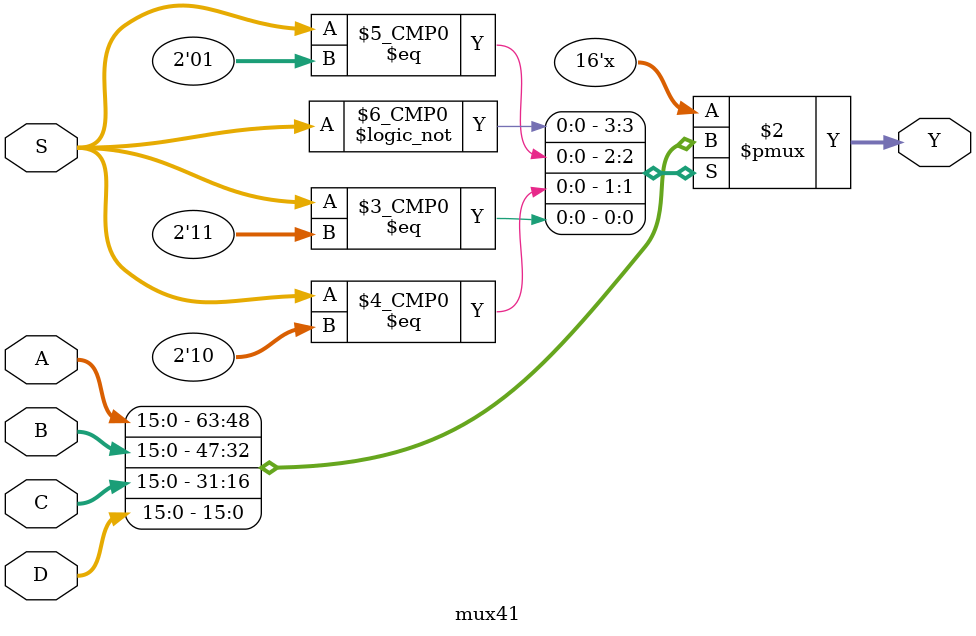
<source format=v>
`timescale 1ns / 1ps


module mux41(
    input [15:0] A, // Mux Input 1
    input [15:0] B, // Mux Input 2
    input [15:0] C, // Mux Input 3
    input [15:0] D, // Mux Input 4
    input [1:0]S, // Select
    output reg [15:0] Y // Mux Output
    );

    // reg [15:0] A_reg, B_reg, C_reg, D_reg;
    always @(S, A, B) begin
        case (S)
            2'd0: begin
                Y = A;
            end 
            2'd1: begin
                Y = B;
            end
            2'd2: begin
                Y = C;
            end
            2'd3: begin
                Y = D;
            end
            default: begin
                Y = 16'bz;
            end
        endcase
    end

    // assign Y = (S == 0) ? A : ((S == 1) ? B : (S == 2 ? C : D)) ;
endmodule

</source>
